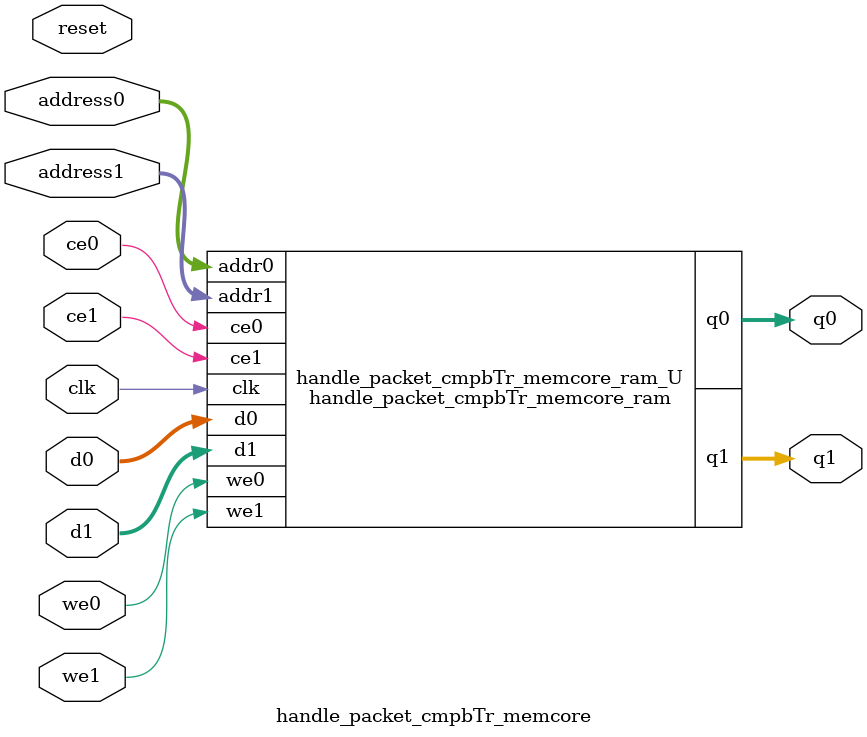
<source format=v>

`timescale 1 ns / 1 ps
module handle_packet_cmpbTr_memcore_ram (addr0, ce0, d0, we0, q0, addr1, ce1, d1, we1, q1,  clk);

parameter DWIDTH = 12;
parameter AWIDTH = 14;
parameter MEM_SIZE = 16384;

input[AWIDTH-1:0] addr0;
input ce0;
input[DWIDTH-1:0] d0;
input we0;
output reg[DWIDTH-1:0] q0;
input[AWIDTH-1:0] addr1;
input ce1;
input[DWIDTH-1:0] d1;
input we1;
output reg[DWIDTH-1:0] q1;
input clk;

(* ram_style = "block" *)reg [DWIDTH-1:0] ram[0:MEM_SIZE-1];




always @(posedge clk)  
begin 
    if (ce0) 
    begin
        if (we0) 
        begin 
            ram[addr0] <= d0; 
            q0 <= d0;
        end 
        else 
            q0 <= ram[addr0];
    end
end


always @(posedge clk)  
begin 
    if (ce1) 
    begin
        if (we1) 
        begin 
            ram[addr1] <= d1; 
            q1 <= d1;
        end 
        else 
            q1 <= ram[addr1];
    end
end


endmodule


`timescale 1 ns / 1 ps
module handle_packet_cmpbTr_memcore(
    reset,
    clk,
    address0,
    ce0,
    we0,
    d0,
    q0,
    address1,
    ce1,
    we1,
    d1,
    q1);

parameter DataWidth = 32'd12;
parameter AddressRange = 32'd16384;
parameter AddressWidth = 32'd14;
input reset;
input clk;
input[AddressWidth - 1:0] address0;
input ce0;
input we0;
input[DataWidth - 1:0] d0;
output[DataWidth - 1:0] q0;
input[AddressWidth - 1:0] address1;
input ce1;
input we1;
input[DataWidth - 1:0] d1;
output[DataWidth - 1:0] q1;



handle_packet_cmpbTr_memcore_ram handle_packet_cmpbTr_memcore_ram_U(
    .clk( clk ),
    .addr0( address0 ),
    .ce0( ce0 ),
    .d0( d0 ),
    .we0( we0 ),
    .q0( q0 ),
    .addr1( address1 ),
    .ce1( ce1 ),
    .d1( d1 ),
    .we1( we1 ),
    .q1( q1 ));

endmodule


</source>
